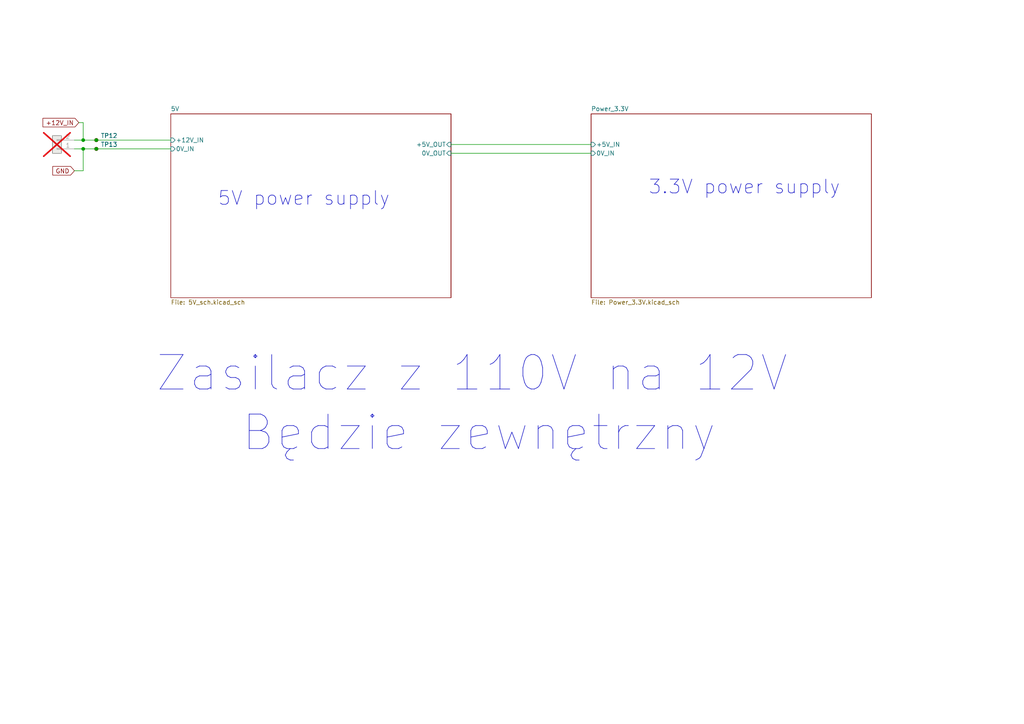
<source format=kicad_sch>
(kicad_sch (version 20250114) (generator "eeschema") (generator_version "9.0")
  (paper "A4")
  (lib_symbols
    (symbol "Connector:TestPoint_Small" (pin_numbers (hide yes)) (pin_names (offset 0.762) (hide yes))
      (property "Reference" "TP" (at 0 3.81 0))
      (property "Value" "TestPoint_Small" (at 0 2.032 0))
      (symbol "TestPoint_Small_0_1"
        (circle (center 0 0) (radius 0.508))
      )
      (symbol "TestPoint_Small_1_1"
        (pin passive line (at 0 0 90) (length 0) (name "1") (number "1"))
      )
    )
    (symbol "Connector_Generic:Conn_01x02" (pin_names (offset 1.016) (hide yes))
      (property "Reference" "J18" (at 0 -8.89 0))
      (property "Value" "Conn_01x02" (at 0 -6.35 0))
      (symbol "Conn_01x02_1_1"
        (rectangle (start -1.27 1.27) (end 1.27 -3.81) (stroke (width 0.254)) (fill (type background)))
        (rectangle (start -1.27 0.127) (end 0 -0.127) (stroke (width 0.1524)))
        (rectangle (start -1.27 -2.413) (end 0 -2.667) (stroke (width 0.1524)))
        (pin passive line (at -5.08 0 0) (length 3.81) (name "Pin_1") (number "1"))
        (pin passive line (at -5.08 -2.54 0) (length 3.81) (name "Pin_2") (number "2"))
      )
    )
  )
  (text "Zasilacz z 110V na 12V " (at 140.716 108.458 0) (effects (font (size 10 10))))
  (text "Będzie zewnętrzny" (at 138.938 125.73 0) (effects (font (size 10 10))))
  (text "5V power supply\n" (at 88.138 57.658 0) (effects (font (size 4 4))))
  (text "3.3V power supply\n" (at 215.9 54.356 0) (effects (font (size 4 4))))
  (junction (at 24.13 43.18))
  (junction (at 27.94 43.18))
  (junction (at 24.13 40.64))
  (junction (at 27.94 40.64))
  (wire (pts (xy 130.81 41.91) (xy 171.45 41.91)))
  (wire (pts (xy 24.13 49.53) (xy 24.13 43.18)))
  (wire (pts (xy 22.86 35.56) (xy 24.13 35.56)))
  (wire (pts (xy 130.81 44.45) (xy 171.45 44.45)))
  (wire (pts (xy 21.59 49.53) (xy 24.13 49.53)))
  (wire (pts (xy 24.13 43.18) (xy 27.94 43.18)))
  (wire (pts (xy 24.13 35.56) (xy 24.13 40.64)))
  (wire (pts (xy 27.94 43.18) (xy 49.53 43.18)))
  (wire (pts (xy 24.13 40.64) (xy 27.94 40.64)))
  (wire (pts (xy 21.59 40.64) (xy 24.13 40.64)))
  (wire (pts (xy 21.59 43.18) (xy 24.13 43.18)))
  (wire (pts (xy 27.94 40.64) (xy 49.53 40.64)))
  (global_label "+12V_IN" (shape input) (at 22.86 35.56 180) (property "Intersheetrefs" "${INTERSHEET_REFS}" (effects (hide yes))))
  (global_label "GND" (shape input) (at 21.59 49.53 180) (property "Intersheetrefs" "${INTERSHEET_REFS}" (effects (hide yes))))
  (symbol (lib_id "Connector:TestPoint_Small") (at 27.94 40.64 0) (unit 1)
    (property "Reference" "TP12" (at 29.21 39.3699 0) (effects (justify left)))
    (property "Value" "TestPoint_Small" (effects (hide yes)))
    (property "Footprint" "TestPoint:TestPoint_Pad_D1.0mm" (effects (hide yes)))
    (property "Description" "test point" (effects (hide yes)))
  )
  (symbol (lib_id "Connector:TestPoint_Small") (at 27.94 43.18 0) (unit 1)
    (property "Reference" "TP13" (at 29.21 41.9099 0) (effects (justify left)))
    (property "Value" "TestPoint_Small" (effects (hide yes)))
    (property "Footprint" "TestPoint:TestPoint_Pad_D1.0mm" (effects (hide yes)))
  )
  (symbol (lib_id "Connector_Generic:Conn_01x02") (at 16.51 43.18 180) (unit 1) (in_bom no) (on_board no) (dnp yes)
    (property "Reference" "J18" (effects (hide yes)))
    (property "Value" "Conn_01x02" (effects (hide yes)))
    (property "Footprint" "footrpint:HARWIN_M80-5000000M1-02-PM1-00-000" (effects (hide yes)))
    (property "Datasheet" "https://www.harwin.com/products/M80-5000000M1-02-PM1-00-000" (effects (hide yes)))
    (property "Description" "Generic connector, single row, 01x02, script generated (kicad-library-utils/schlib/autogen/connector/)" (effects (hide yes)))
  )
  (sheet (at 49.53 33.02) (size 81.28 53.34) (stroke (width 0.1524))
    (property "Sheetname" "5V" (at 49.53 32.3084 0) (effects (justify left bottom)))
    (property "Sheetfile" "5V_sch.kicad_sch" (at 49.53 86.9446 0) (effects (justify left top)))
    (pin "0V_OUT" input (at 130.81 44.45 0))
    (pin "+5V_OUT" input (at 130.81 41.91 0))
    (pin "+12V_IN" input (at 49.53 40.64 180))
    (pin "0V_IN" input (at 49.53 43.18 180))
  )
  (sheet (at 171.45 33.02) (size 81.28 53.34) (stroke (width 0.1524))
    (property "Sheetname" "Power_3.3V" (at 171.45 32.3084 0) (effects (justify left bottom)))
    (property "Sheetfile" "Power_3.3V.kicad_sch" (at 171.45 86.9446 0) (effects (justify left top)))
    (pin "0V_IN" input (at 171.45 44.45 180))
    (pin "+5V_IN" input (at 171.45 41.91 180))
  )
)
</source>
